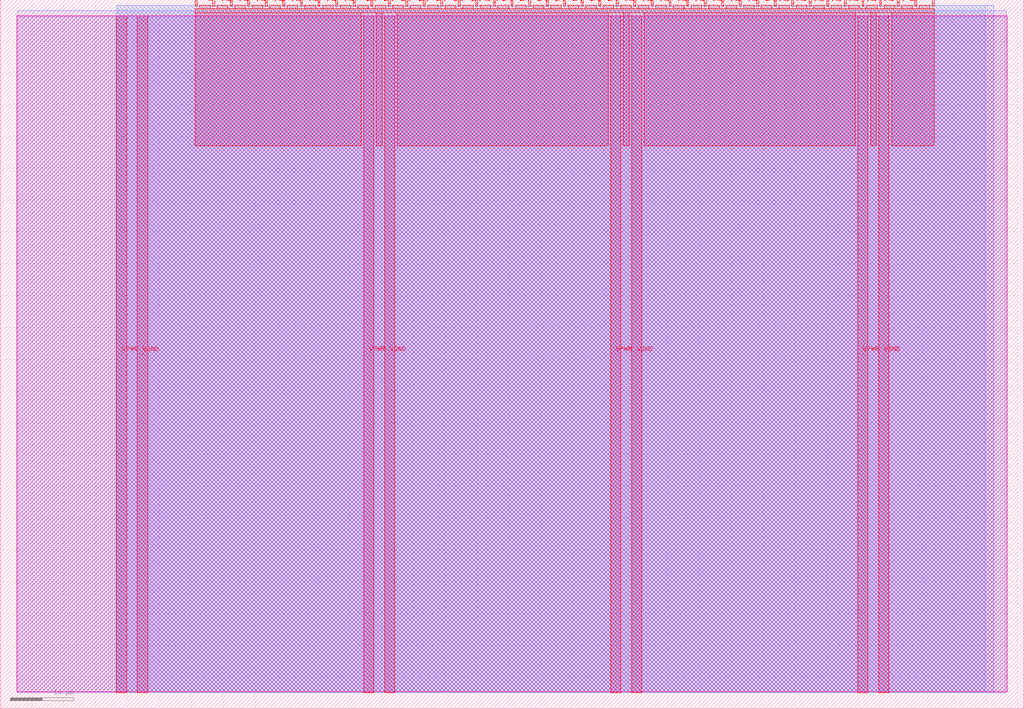
<source format=lef>
VERSION 5.7 ;
  NOWIREEXTENSIONATPIN ON ;
  DIVIDERCHAR "/" ;
  BUSBITCHARS "[]" ;
MACRO tt_um_plc_prg
  CLASS BLOCK ;
  FOREIGN tt_um_plc_prg ;
  ORIGIN 0.000 0.000 ;
  SIZE 161.000 BY 111.520 ;
  PIN VGND
    DIRECTION INOUT ;
    USE GROUND ;
    PORT
      LAYER met4 ;
        RECT 21.580 2.480 23.180 109.040 ;
    END
    PORT
      LAYER met4 ;
        RECT 60.450 2.480 62.050 109.040 ;
    END
    PORT
      LAYER met4 ;
        RECT 99.320 2.480 100.920 109.040 ;
    END
    PORT
      LAYER met4 ;
        RECT 138.190 2.480 139.790 109.040 ;
    END
  END VGND
  PIN VPWR
    DIRECTION INOUT ;
    USE POWER ;
    PORT
      LAYER met4 ;
        RECT 18.280 2.480 19.880 109.040 ;
    END
    PORT
      LAYER met4 ;
        RECT 57.150 2.480 58.750 109.040 ;
    END
    PORT
      LAYER met4 ;
        RECT 96.020 2.480 97.620 109.040 ;
    END
    PORT
      LAYER met4 ;
        RECT 134.890 2.480 136.490 109.040 ;
    END
  END VPWR
  PIN clk
    DIRECTION INPUT ;
    USE SIGNAL ;
    ANTENNAGATEAREA 0.852000 ;
    PORT
      LAYER met4 ;
        RECT 143.830 110.520 144.130 111.520 ;
    END
  END clk
  PIN ena
    DIRECTION INPUT ;
    USE SIGNAL ;
    ANTENNAGATEAREA 0.196500 ;
    PORT
      LAYER met4 ;
        RECT 146.590 110.520 146.890 111.520 ;
    END
  END ena
  PIN rst_n
    DIRECTION INPUT ;
    USE SIGNAL ;
    ANTENNAGATEAREA 0.196500 ;
    PORT
      LAYER met4 ;
        RECT 141.070 110.520 141.370 111.520 ;
    END
  END rst_n
  PIN ui_in[0]
    DIRECTION INPUT ;
    USE SIGNAL ;
    ANTENNAGATEAREA 0.196500 ;
    PORT
      LAYER met4 ;
        RECT 138.310 110.520 138.610 111.520 ;
    END
  END ui_in[0]
  PIN ui_in[1]
    DIRECTION INPUT ;
    USE SIGNAL ;
    ANTENNAGATEAREA 0.196500 ;
    PORT
      LAYER met4 ;
        RECT 135.550 110.520 135.850 111.520 ;
    END
  END ui_in[1]
  PIN ui_in[2]
    DIRECTION INPUT ;
    USE SIGNAL ;
    ANTENNAGATEAREA 0.196500 ;
    PORT
      LAYER met4 ;
        RECT 132.790 110.520 133.090 111.520 ;
    END
  END ui_in[2]
  PIN ui_in[3]
    DIRECTION INPUT ;
    USE SIGNAL ;
    PORT
      LAYER met4 ;
        RECT 130.030 110.520 130.330 111.520 ;
    END
  END ui_in[3]
  PIN ui_in[4]
    DIRECTION INPUT ;
    USE SIGNAL ;
    PORT
      LAYER met4 ;
        RECT 127.270 110.520 127.570 111.520 ;
    END
  END ui_in[4]
  PIN ui_in[5]
    DIRECTION INPUT ;
    USE SIGNAL ;
    PORT
      LAYER met4 ;
        RECT 124.510 110.520 124.810 111.520 ;
    END
  END ui_in[5]
  PIN ui_in[6]
    DIRECTION INPUT ;
    USE SIGNAL ;
    PORT
      LAYER met4 ;
        RECT 121.750 110.520 122.050 111.520 ;
    END
  END ui_in[6]
  PIN ui_in[7]
    DIRECTION INPUT ;
    USE SIGNAL ;
    PORT
      LAYER met4 ;
        RECT 118.990 110.520 119.290 111.520 ;
    END
  END ui_in[7]
  PIN uio_in[0]
    DIRECTION INPUT ;
    USE SIGNAL ;
    PORT
      LAYER met4 ;
        RECT 116.230 110.520 116.530 111.520 ;
    END
  END uio_in[0]
  PIN uio_in[1]
    DIRECTION INPUT ;
    USE SIGNAL ;
    PORT
      LAYER met4 ;
        RECT 113.470 110.520 113.770 111.520 ;
    END
  END uio_in[1]
  PIN uio_in[2]
    DIRECTION INPUT ;
    USE SIGNAL ;
    PORT
      LAYER met4 ;
        RECT 110.710 110.520 111.010 111.520 ;
    END
  END uio_in[2]
  PIN uio_in[3]
    DIRECTION INPUT ;
    USE SIGNAL ;
    PORT
      LAYER met4 ;
        RECT 107.950 110.520 108.250 111.520 ;
    END
  END uio_in[3]
  PIN uio_in[4]
    DIRECTION INPUT ;
    USE SIGNAL ;
    PORT
      LAYER met4 ;
        RECT 105.190 110.520 105.490 111.520 ;
    END
  END uio_in[4]
  PIN uio_in[5]
    DIRECTION INPUT ;
    USE SIGNAL ;
    PORT
      LAYER met4 ;
        RECT 102.430 110.520 102.730 111.520 ;
    END
  END uio_in[5]
  PIN uio_in[6]
    DIRECTION INPUT ;
    USE SIGNAL ;
    PORT
      LAYER met4 ;
        RECT 99.670 110.520 99.970 111.520 ;
    END
  END uio_in[6]
  PIN uio_in[7]
    DIRECTION INPUT ;
    USE SIGNAL ;
    PORT
      LAYER met4 ;
        RECT 96.910 110.520 97.210 111.520 ;
    END
  END uio_in[7]
  PIN uio_oe[0]
    DIRECTION OUTPUT ;
    USE SIGNAL ;
    PORT
      LAYER met4 ;
        RECT 49.990 110.520 50.290 111.520 ;
    END
  END uio_oe[0]
  PIN uio_oe[1]
    DIRECTION OUTPUT ;
    USE SIGNAL ;
    PORT
      LAYER met4 ;
        RECT 47.230 110.520 47.530 111.520 ;
    END
  END uio_oe[1]
  PIN uio_oe[2]
    DIRECTION OUTPUT ;
    USE SIGNAL ;
    PORT
      LAYER met4 ;
        RECT 44.470 110.520 44.770 111.520 ;
    END
  END uio_oe[2]
  PIN uio_oe[3]
    DIRECTION OUTPUT ;
    USE SIGNAL ;
    PORT
      LAYER met4 ;
        RECT 41.710 110.520 42.010 111.520 ;
    END
  END uio_oe[3]
  PIN uio_oe[4]
    DIRECTION OUTPUT ;
    USE SIGNAL ;
    PORT
      LAYER met4 ;
        RECT 38.950 110.520 39.250 111.520 ;
    END
  END uio_oe[4]
  PIN uio_oe[5]
    DIRECTION OUTPUT ;
    USE SIGNAL ;
    PORT
      LAYER met4 ;
        RECT 36.190 110.520 36.490 111.520 ;
    END
  END uio_oe[5]
  PIN uio_oe[6]
    DIRECTION OUTPUT ;
    USE SIGNAL ;
    PORT
      LAYER met4 ;
        RECT 33.430 110.520 33.730 111.520 ;
    END
  END uio_oe[6]
  PIN uio_oe[7]
    DIRECTION OUTPUT ;
    USE SIGNAL ;
    PORT
      LAYER met4 ;
        RECT 30.670 110.520 30.970 111.520 ;
    END
  END uio_oe[7]
  PIN uio_out[0]
    DIRECTION OUTPUT ;
    USE SIGNAL ;
    PORT
      LAYER met4 ;
        RECT 72.070 110.520 72.370 111.520 ;
    END
  END uio_out[0]
  PIN uio_out[1]
    DIRECTION OUTPUT ;
    USE SIGNAL ;
    PORT
      LAYER met4 ;
        RECT 69.310 110.520 69.610 111.520 ;
    END
  END uio_out[1]
  PIN uio_out[2]
    DIRECTION OUTPUT ;
    USE SIGNAL ;
    PORT
      LAYER met4 ;
        RECT 66.550 110.520 66.850 111.520 ;
    END
  END uio_out[2]
  PIN uio_out[3]
    DIRECTION OUTPUT ;
    USE SIGNAL ;
    PORT
      LAYER met4 ;
        RECT 63.790 110.520 64.090 111.520 ;
    END
  END uio_out[3]
  PIN uio_out[4]
    DIRECTION OUTPUT ;
    USE SIGNAL ;
    PORT
      LAYER met4 ;
        RECT 61.030 110.520 61.330 111.520 ;
    END
  END uio_out[4]
  PIN uio_out[5]
    DIRECTION OUTPUT ;
    USE SIGNAL ;
    PORT
      LAYER met4 ;
        RECT 58.270 110.520 58.570 111.520 ;
    END
  END uio_out[5]
  PIN uio_out[6]
    DIRECTION OUTPUT ;
    USE SIGNAL ;
    PORT
      LAYER met4 ;
        RECT 55.510 110.520 55.810 111.520 ;
    END
  END uio_out[6]
  PIN uio_out[7]
    DIRECTION OUTPUT ;
    USE SIGNAL ;
    PORT
      LAYER met4 ;
        RECT 52.750 110.520 53.050 111.520 ;
    END
  END uio_out[7]
  PIN uo_out[0]
    DIRECTION OUTPUT ;
    USE SIGNAL ;
    ANTENNADIFFAREA 0.445500 ;
    PORT
      LAYER met4 ;
        RECT 94.150 110.520 94.450 111.520 ;
    END
  END uo_out[0]
  PIN uo_out[1]
    DIRECTION OUTPUT ;
    USE SIGNAL ;
    PORT
      LAYER met4 ;
        RECT 91.390 110.520 91.690 111.520 ;
    END
  END uo_out[1]
  PIN uo_out[2]
    DIRECTION OUTPUT ;
    USE SIGNAL ;
    PORT
      LAYER met4 ;
        RECT 88.630 110.520 88.930 111.520 ;
    END
  END uo_out[2]
  PIN uo_out[3]
    DIRECTION OUTPUT ;
    USE SIGNAL ;
    PORT
      LAYER met4 ;
        RECT 85.870 110.520 86.170 111.520 ;
    END
  END uo_out[3]
  PIN uo_out[4]
    DIRECTION OUTPUT ;
    USE SIGNAL ;
    PORT
      LAYER met4 ;
        RECT 83.110 110.520 83.410 111.520 ;
    END
  END uo_out[4]
  PIN uo_out[5]
    DIRECTION OUTPUT ;
    USE SIGNAL ;
    PORT
      LAYER met4 ;
        RECT 80.350 110.520 80.650 111.520 ;
    END
  END uo_out[5]
  PIN uo_out[6]
    DIRECTION OUTPUT ;
    USE SIGNAL ;
    PORT
      LAYER met4 ;
        RECT 77.590 110.520 77.890 111.520 ;
    END
  END uo_out[6]
  PIN uo_out[7]
    DIRECTION OUTPUT ;
    USE SIGNAL ;
    PORT
      LAYER met4 ;
        RECT 74.830 110.520 75.130 111.520 ;
    END
  END uo_out[7]
  OBS
      LAYER nwell ;
        RECT 2.570 2.635 158.430 108.990 ;
      LAYER li1 ;
        RECT 2.760 2.635 158.240 108.885 ;
      LAYER met1 ;
        RECT 2.760 2.480 158.240 109.780 ;
      LAYER met2 ;
        RECT 18.310 2.535 156.300 110.685 ;
      LAYER met3 ;
        RECT 18.290 2.555 154.955 110.665 ;
      LAYER met4 ;
        RECT 31.370 110.120 33.030 110.665 ;
        RECT 34.130 110.120 35.790 110.665 ;
        RECT 36.890 110.120 38.550 110.665 ;
        RECT 39.650 110.120 41.310 110.665 ;
        RECT 42.410 110.120 44.070 110.665 ;
        RECT 45.170 110.120 46.830 110.665 ;
        RECT 47.930 110.120 49.590 110.665 ;
        RECT 50.690 110.120 52.350 110.665 ;
        RECT 53.450 110.120 55.110 110.665 ;
        RECT 56.210 110.120 57.870 110.665 ;
        RECT 58.970 110.120 60.630 110.665 ;
        RECT 61.730 110.120 63.390 110.665 ;
        RECT 64.490 110.120 66.150 110.665 ;
        RECT 67.250 110.120 68.910 110.665 ;
        RECT 70.010 110.120 71.670 110.665 ;
        RECT 72.770 110.120 74.430 110.665 ;
        RECT 75.530 110.120 77.190 110.665 ;
        RECT 78.290 110.120 79.950 110.665 ;
        RECT 81.050 110.120 82.710 110.665 ;
        RECT 83.810 110.120 85.470 110.665 ;
        RECT 86.570 110.120 88.230 110.665 ;
        RECT 89.330 110.120 90.990 110.665 ;
        RECT 92.090 110.120 93.750 110.665 ;
        RECT 94.850 110.120 96.510 110.665 ;
        RECT 97.610 110.120 99.270 110.665 ;
        RECT 100.370 110.120 102.030 110.665 ;
        RECT 103.130 110.120 104.790 110.665 ;
        RECT 105.890 110.120 107.550 110.665 ;
        RECT 108.650 110.120 110.310 110.665 ;
        RECT 111.410 110.120 113.070 110.665 ;
        RECT 114.170 110.120 115.830 110.665 ;
        RECT 116.930 110.120 118.590 110.665 ;
        RECT 119.690 110.120 121.350 110.665 ;
        RECT 122.450 110.120 124.110 110.665 ;
        RECT 125.210 110.120 126.870 110.665 ;
        RECT 127.970 110.120 129.630 110.665 ;
        RECT 130.730 110.120 132.390 110.665 ;
        RECT 133.490 110.120 135.150 110.665 ;
        RECT 136.250 110.120 137.910 110.665 ;
        RECT 139.010 110.120 140.670 110.665 ;
        RECT 141.770 110.120 143.430 110.665 ;
        RECT 144.530 110.120 146.190 110.665 ;
        RECT 30.655 109.440 146.905 110.120 ;
        RECT 30.655 88.575 56.750 109.440 ;
        RECT 59.150 88.575 60.050 109.440 ;
        RECT 62.450 88.575 95.620 109.440 ;
        RECT 98.020 88.575 98.920 109.440 ;
        RECT 101.320 88.575 134.490 109.440 ;
        RECT 136.890 88.575 137.790 109.440 ;
        RECT 140.190 88.575 146.905 109.440 ;
  END
END tt_um_plc_prg
END LIBRARY


</source>
